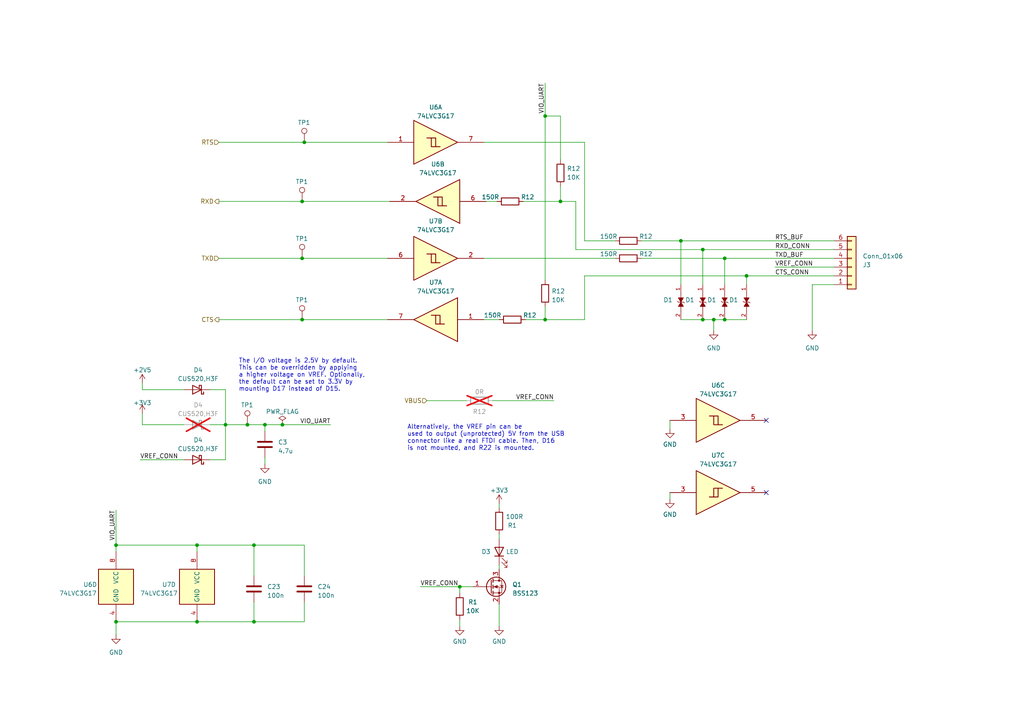
<source format=kicad_sch>
(kicad_sch (version 20230121) (generator eeschema)
  (paper "A4")
  (title_block (title "FTDI JTAG Programmer") (date "2024-10-11") (rev "2"))
  (lib_symbols
    (symbol "74xGxx:74LVC3G17"
      (property "Reference" "U" (at -2.54 7.62 0))
      (property "Value" "74LVC3G17" (at 2.54 -7.62 0))
      (symbol "74LVC3G17_1_1"
        (polyline (pts (xy -2.54 1.27) (xy -1.27 1.27) (xy -1.27 -1.27)) (stroke (width 0.254)) (fill (type background)))
        (polyline (pts (xy -7.62 6.35) (xy -7.62 -6.35) (xy 5.08 0) (xy -7.62 6.35)) (stroke (width 0.254)) (fill (type background)))
        (polyline (pts (xy -3.81 1.27) (xy -2.54 1.27) (xy -2.54 -1.27) (xy 0 -1.27)) (stroke (width 0.254)) (fill (type background)))
        (pin input line (at -15.24 0 0) (length 7.62) (name "~") (number "1"))
        (pin output line (at 12.7 0 180) (length 7.62) (name "~") (number "7"))
      )
      (symbol "74LVC3G17_2_1"
        (polyline (pts (xy -2.54 1.27) (xy -1.27 1.27) (xy -1.27 -1.27)) (stroke (width 0.254)) (fill (type background)))
        (polyline (pts (xy -7.62 6.35) (xy -7.62 -6.35) (xy 5.08 0) (xy -7.62 6.35)) (stroke (width 0.254)) (fill (type background)))
        (polyline (pts (xy -3.81 1.27) (xy -2.54 1.27) (xy -2.54 -1.27) (xy 0 -1.27)) (stroke (width 0.254)) (fill (type background)))
        (pin output line (at 12.7 0 180) (length 7.62) (name "~") (number "2"))
        (pin input line (at -15.24 0 0) (length 7.62) (name "~") (number "6"))
      )
      (symbol "74LVC3G17_3_1"
        (polyline (pts (xy -2.54 1.27) (xy -1.27 1.27) (xy -1.27 -1.27)) (stroke (width 0.254)) (fill (type background)))
        (polyline (pts (xy -7.62 6.35) (xy -7.62 -6.35) (xy 5.08 0) (xy -7.62 6.35)) (stroke (width 0.254)) (fill (type background)))
        (polyline (pts (xy -3.81 1.27) (xy -2.54 1.27) (xy -2.54 -1.27) (xy 0 -1.27)) (stroke (width 0.254)) (fill (type background)))
        (pin input line (at -15.24 0 0) (length 7.62) (name "~") (number "3"))
        (pin output line (at 12.7 0 180) (length 7.62) (name "~") (number "5"))
      )
      (symbol "74LVC3G17_4_0"
        (rectangle (start -5.08 -5.08) (end 5.08 5.08) (stroke (width 0.254)) (fill (type background)))
      )
      (symbol "74LVC3G17_4_1"
        (pin power_in line (at 0 -10.16 90) (length 5.08) (name "GND") (number "4"))
        (pin power_in line (at 0 10.16 270) (length 5.08) (name "VCC") (number "8"))
      )
    )
    (symbol "Connector:TestPoint" (pin_numbers hide) (pin_names (offset 0.762) hide)
      (property "Reference" "TP" (at 0 6.858 0))
      (property "Value" "TestPoint" (at 0 5.08 0))
      (symbol "TestPoint_0_1"
        (circle (center 0 3.302) (radius 0.762))
      )
      (symbol "TestPoint_1_1"
        (pin passive line (at 0 0 90) (length 2.54) (name "1") (number "1"))
      )
    )
    (symbol "Connector_Generic:Conn_01x06" (pin_names (offset 1.016) hide)
      (property "Reference" "J" (at 0 7.62 0))
      (property "Value" "Conn_01x06" (at 0 -10.16 0))
      (symbol "Conn_01x06_1_1"
        (rectangle (start -1.27 -7.493) (end 0 -7.747) (stroke (width 0.1524)))
        (rectangle (start -1.27 -4.953) (end 0 -5.207) (stroke (width 0.1524)))
        (rectangle (start -1.27 -2.413) (end 0 -2.667) (stroke (width 0.1524)))
        (rectangle (start -1.27 0.127) (end 0 -0.127) (stroke (width 0.1524)))
        (rectangle (start -1.27 2.667) (end 0 2.413) (stroke (width 0.1524)))
        (rectangle (start -1.27 5.207) (end 0 4.953) (stroke (width 0.1524)))
        (rectangle (start -1.27 6.35) (end 1.27 -8.89) (stroke (width 0.254)) (fill (type background)))
        (pin passive line (at -5.08 5.08 0) (length 3.81) (name "Pin_1") (number "1"))
        (pin passive line (at -5.08 2.54 0) (length 3.81) (name "Pin_2") (number "2"))
        (pin passive line (at -5.08 0 0) (length 3.81) (name "Pin_3") (number "3"))
        (pin passive line (at -5.08 -2.54 0) (length 3.81) (name "Pin_4") (number "4"))
        (pin passive line (at -5.08 -5.08 0) (length 3.81) (name "Pin_5") (number "5"))
        (pin passive line (at -5.08 -7.62 0) (length 3.81) (name "Pin_6") (number "6"))
      )
    )
    (symbol "Device:C" (pin_numbers hide) (pin_names (offset 0.254))
      (property "Reference" "C" (at 0.635 2.54 0))
      (property "Value" "C" (at 0.635 -2.54 0))
      (symbol "C_0_1"
        (polyline (pts (xy -2.032 -0.762) (xy 2.032 -0.762)) (stroke (width 0.508)))
        (polyline (pts (xy -2.032 0.762) (xy 2.032 0.762)) (stroke (width 0.508)))
      )
      (symbol "C_1_1"
        (pin passive line (at 0 3.81 270) (length 2.794) (name "~") (number "1"))
        (pin passive line (at 0 -3.81 90) (length 2.794) (name "~") (number "2"))
      )
    )
    (symbol "Device:D_Schottky" (pin_numbers hide) (pin_names (offset 1.016) hide)
      (property "Reference" "D" (at 0 2.54 0))
      (property "Value" "D_Schottky" (at 0 -2.54 0))
      (symbol "D_Schottky_0_1"
        (polyline (pts (xy 1.27 0) (xy -1.27 0)))
        (polyline (pts (xy 1.27 1.27) (xy 1.27 -1.27) (xy -1.27 0) (xy 1.27 1.27)) (stroke (width 0.254)))
        (polyline (pts (xy -1.905 0.635) (xy -1.905 1.27) (xy -1.27 1.27) (xy -1.27 -1.27) (xy -0.635 -1.27) (xy -0.635 -0.635)) (stroke (width 0.254)))
      )
      (symbol "D_Schottky_1_1"
        (pin passive line (at -3.81 0 0) (length 2.54) (name "K") (number "1"))
        (pin passive line (at 3.81 0 180) (length 2.54) (name "A") (number "2"))
      )
    )
    (symbol "Device:LED" (pin_numbers hide) (pin_names (offset 1.016) hide)
      (property "Reference" "D" (at 0 2.54 0))
      (property "Value" "LED" (at 0 -2.54 0))
      (symbol "LED_0_1"
        (polyline (pts (xy -1.27 -1.27) (xy -1.27 1.27)) (stroke (width 0.254)))
        (polyline (pts (xy -1.27 0) (xy 1.27 0)))
        (polyline (pts (xy 1.27 -1.27) (xy 1.27 1.27) (xy -1.27 0) (xy 1.27 -1.27)) (stroke (width 0.254)))
        (polyline (pts (xy -3.048 -0.762) (xy -4.572 -2.286) (xy -3.81 -2.286) (xy -4.572 -2.286) (xy -4.572 -1.524)))
        (polyline (pts (xy -1.778 -0.762) (xy -3.302 -2.286) (xy -2.54 -2.286) (xy -3.302 -2.286) (xy -3.302 -1.524)))
      )
      (symbol "LED_1_1"
        (pin passive line (at -3.81 0 0) (length 2.54) (name "K") (number "1"))
        (pin passive line (at 3.81 0 180) (length 2.54) (name "A") (number "2"))
      )
    )
    (symbol "Device:R" (pin_numbers hide) (pin_names (offset 0))
      (property "Reference" "R" (at 2.032 0 90))
      (property "Value" "R" (at 0 0 90))
      (symbol "R_0_1"
        (rectangle (start -1.016 -2.54) (end 1.016 2.54) (stroke (width 0.254)))
      )
      (symbol "R_1_1"
        (pin passive line (at 0 3.81 270) (length 1.27) (name "~") (number "1"))
        (pin passive line (at 0 -3.81 90) (length 1.27) (name "~") (number "2"))
      )
    )
    (symbol "PGB1010603MR:PGB1010603MR" (pin_names (offset 1.016))
      (property "Reference" "D" (at -5.08 2.54 0))
      (property "Value" "PGB1010603MR" (at -5.08 -5.08 0))
      (symbol "PGB1010603MR_0_0"
        (polyline (pts (xy -1.27 0) (xy -2.54 0)) (stroke (width 0.1524)))
        (polyline (pts (xy 0 -0.762) (xy -0.254 -1.016)) (stroke (width 0.1524)))
        (polyline (pts (xy 0 -0.762) (xy 0 0.762)) (stroke (width 0.1524)))
        (polyline (pts (xy 0 0.762) (xy 0.254 1.016)) (stroke (width 0.1524)))
        (polyline (pts (xy 1.27 0) (xy 2.54 0)) (stroke (width 0.1524)))
        (polyline (pts (xy 0 0) (xy -1.27 -0.762) (xy -1.27 0.762) (xy 0 0)) (stroke (width 0.1524)) (fill (type outline)))
        (polyline (pts (xy 0 0) (xy 1.27 0.762) (xy 1.27 -0.762) (xy 0 0)) (stroke (width 0.1524)) (fill (type outline)))
        (pin passive line (at -5.08 0 0) (length 2.54) (name "~") (number "1"))
        (pin passive line (at 5.08 0 180) (length 2.54) (name "~") (number "2"))
      )
    )
    (symbol "Transistor_FET:BSS123" (pin_names hide)
      (property "Reference" "Q" (at 5.08 1.905 0))
      (property "Value" "BSS123" (at 5.08 0 0))
      (symbol "BSS123_0_1"
        (polyline (pts (xy 0.254 0) (xy -2.54 0)))
        (polyline (pts (xy 0.254 1.905) (xy 0.254 -1.905)) (stroke (width 0.254)))
        (polyline (pts (xy 0.762 -1.27) (xy 0.762 -2.286)) (stroke (width 0.254)))
        (polyline (pts (xy 0.762 0.508) (xy 0.762 -0.508)) (stroke (width 0.254)))
        (polyline (pts (xy 0.762 2.286) (xy 0.762 1.27)) (stroke (width 0.254)))
        (polyline (pts (xy 2.54 2.54) (xy 2.54 1.778)))
        (polyline (pts (xy 2.54 -2.54) (xy 2.54 0) (xy 0.762 0)))
        (polyline (pts (xy 0.762 -1.778) (xy 3.302 -1.778) (xy 3.302 1.778) (xy 0.762 1.778)))
        (polyline (pts (xy 1.016 0) (xy 2.032 0.381) (xy 2.032 -0.381) (xy 1.016 0)) (fill (type outline)))
        (polyline (pts (xy 2.794 0.508) (xy 2.921 0.381) (xy 3.683 0.381) (xy 3.81 0.254)))
        (polyline (pts (xy 3.302 0.381) (xy 2.921 -0.254) (xy 3.683 -0.254) (xy 3.302 0.381)))
        (circle (center 1.651 0) (radius 2.794) (stroke (width 0.254)))
        (circle (center 2.54 -1.778) (radius 0.254) (fill (type outline)))
        (circle (center 2.54 1.778) (radius 0.254) (fill (type outline)))
      )
      (symbol "BSS123_1_1"
        (pin input line (at -5.08 0 0) (length 2.54) (name "G") (number "1"))
        (pin passive line (at 2.54 -5.08 90) (length 2.54) (name "S") (number "2"))
        (pin passive line (at 2.54 5.08 270) (length 2.54) (name "D") (number "3"))
      )
    )
    (symbol "power:+2V5" (power) (pin_names (offset 0))
      (property "Value" "+2V5" (at 0 3.556 0))
      (symbol "+2V5_0_1"
        (polyline (pts (xy -0.762 1.27) (xy 0 2.54)))
        (polyline (pts (xy 0 0) (xy 0 2.54)))
        (polyline (pts (xy 0 2.54) (xy 0.762 1.27)))
      )
      (symbol "+2V5_1_1"
        (pin power_in line (at 0 0 90) (length 0) hide (name "+2V5") (number "1"))
      )
    )
    (symbol "power:+3V3" (power) (pin_names (offset 0))
      (property "Value" "+3V3" (at 0 3.556 0))
      (symbol "+3V3_0_1"
        (polyline (pts (xy -0.762 1.27) (xy 0 2.54)))
        (polyline (pts (xy 0 0) (xy 0 2.54)))
        (polyline (pts (xy 0 2.54) (xy 0.762 1.27)))
      )
      (symbol "+3V3_1_1"
        (pin power_in line (at 0 0 90) (length 0) hide (name "+3V3") (number "1"))
      )
    )
    (symbol "power:GND" (power) (pin_names (offset 0))
      (property "Value" "GND" (at 0 -3.81 0))
      (symbol "GND_0_1"
        (polyline (pts (xy 0 0) (xy 0 -1.27) (xy 1.27 -1.27) (xy 0 -2.54) (xy -1.27 -1.27) (xy 0 -1.27)))
      )
      (symbol "GND_1_1"
        (pin power_in line (at 0 0 270) (length 0) hide (name "GND") (number "1"))
      )
    )
    (symbol "power:PWR_FLAG" (power) (pin_numbers hide) (pin_names (offset 0) hide)
      (property "Value" "PWR_FLAG" (at 0 3.81 0))
      (symbol "PWR_FLAG_0_0"
        (pin power_out line (at 0 0 90) (length 0) (name "pwr") (number "1"))
      )
      (symbol "PWR_FLAG_0_1"
        (polyline (pts (xy 0 0) (xy 0 1.27) (xy -1.016 1.905) (xy 0 2.54) (xy 1.016 1.905) (xy 0 1.27)))
      )
    )
  )
  (junction (at 210.185 92.71))
  (junction (at 203.835 92.71))
  (junction (at 73.66 158.115))
  (junction (at 158.115 92.71))
  (junction (at 87.63 74.93))
  (junction (at 197.485 69.85))
  (junction (at 207.01 92.71))
  (junction (at 203.835 72.39))
  (junction (at 71.755 123.19))
  (junction (at 210.185 74.93))
  (junction (at 33.655 158.115))
  (junction (at 216.535 80.01))
  (junction (at 57.15 158.115))
  (junction (at 87.63 58.42))
  (junction (at 81.915 123.19))
  (junction (at 162.56 58.42))
  (junction (at 57.15 180.34))
  (junction (at 158.115 33.655))
  (junction (at 87.63 92.71))
  (junction (at 65.405 123.19))
  (junction (at 133.35 170.18))
  (junction (at 88.265 41.275))
  (junction (at 73.66 180.34))
  (junction (at 76.835 123.19))
  (junction (at 33.655 180.34))
  (no_connect (at 222.25 121.92))
  (no_connect (at 222.25 142.875))
  (wire (pts (xy 81.915 123.19) (xy 95.885 123.19)))
  (wire (pts (xy 73.66 158.115) (xy 88.265 158.115)))
  (wire (pts (xy 197.485 92.71) (xy 203.835 92.71)))
  (wire (pts (xy 144.78 154.94) (xy 144.78 156.21)))
  (wire (pts (xy 144.78 165.1) (xy 144.78 163.83)))
  (wire (pts (xy 88.265 174.625) (xy 88.265 180.34)))
  (wire (pts (xy 33.655 180.34) (xy 57.15 180.34)))
  (wire (pts (xy 186.055 74.93) (xy 210.185 74.93)))
  (wire (pts (xy 60.96 123.19) (xy 65.405 123.19)))
  (wire (pts (xy 158.115 33.655) (xy 158.115 81.28)))
  (wire (pts (xy 203.835 72.39) (xy 241.935 72.39)))
  (wire (pts (xy 87.63 58.42) (xy 113.03 58.42)))
  (wire (pts (xy 63.5 74.93) (xy 87.63 74.93)))
  (wire (pts (xy 133.35 181.61) (xy 133.35 179.705)))
  (wire (pts (xy 216.535 80.01) (xy 216.535 82.55)))
  (wire (pts (xy 73.66 158.115) (xy 73.66 167.005)))
  (wire (pts (xy 40.64 133.35) (xy 53.34 133.35)))
  (wire (pts (xy 162.56 46.355) (xy 162.56 33.655)))
  (wire (pts (xy 203.835 72.39) (xy 203.835 82.55)))
  (wire (pts (xy 76.835 123.19) (xy 76.835 125.095)))
  (wire (pts (xy 123.825 116.205) (xy 135.255 116.205)))
  (wire (pts (xy 169.545 92.71) (xy 169.545 80.01)))
  (wire (pts (xy 57.15 180.34) (xy 73.66 180.34)))
  (wire (pts (xy 57.15 158.115) (xy 73.66 158.115)))
  (wire (pts (xy 210.185 74.93) (xy 241.935 74.93)))
  (wire (pts (xy 87.63 92.71) (xy 112.395 92.71)))
  (wire (pts (xy 88.265 41.275) (xy 112.395 41.275)))
  (wire (pts (xy 41.275 123.19) (xy 41.275 120.015)))
  (wire (pts (xy 194.31 121.92) (xy 194.31 124.46)))
  (wire (pts (xy 60.96 133.35) (xy 65.405 133.35)))
  (wire (pts (xy 203.835 92.71) (xy 207.01 92.71)))
  (wire (pts (xy 133.35 170.18) (xy 133.35 172.085)))
  (wire (pts (xy 76.835 132.715) (xy 76.835 134.62)))
  (wire (pts (xy 216.535 80.01) (xy 241.935 80.01)))
  (wire (pts (xy 197.485 69.85) (xy 241.935 69.85)))
  (wire (pts (xy 121.92 170.18) (xy 133.35 170.18)))
  (wire (pts (xy 140.335 74.93) (xy 178.435 74.93)))
  (wire (pts (xy 144.78 181.61) (xy 144.78 175.26)))
  (wire (pts (xy 73.66 174.625) (xy 73.66 180.34)))
  (wire (pts (xy 241.935 82.55) (xy 235.585 82.55)))
  (wire (pts (xy 142.875 116.205) (xy 160.655 116.205)))
  (wire (pts (xy 207.01 92.71) (xy 210.185 92.71)))
  (wire (pts (xy 158.115 88.9) (xy 158.115 92.71)))
  (wire (pts (xy 210.185 92.71) (xy 216.535 92.71)))
  (wire (pts (xy 152.4 92.71) (xy 158.115 92.71)))
  (wire (pts (xy 63.5 92.71) (xy 87.63 92.71)))
  (wire (pts (xy 140.335 92.71) (xy 144.78 92.71)))
  (wire (pts (xy 169.545 69.85) (xy 178.435 69.85)))
  (wire (pts (xy 133.35 170.18) (xy 137.16 170.18)))
  (wire (pts (xy 88.265 158.115) (xy 88.265 167.005)))
  (wire (pts (xy 169.545 41.275) (xy 169.545 69.85)))
  (wire (pts (xy 57.15 158.115) (xy 57.15 160.02)))
  (wire (pts (xy 65.405 123.19) (xy 71.755 123.19)))
  (wire (pts (xy 140.335 41.275) (xy 169.545 41.275)))
  (wire (pts (xy 33.655 147.955) (xy 33.655 158.115)))
  (wire (pts (xy 207.01 92.71) (xy 207.01 95.885)))
  (wire (pts (xy 65.405 113.03) (xy 65.405 123.19)))
  (wire (pts (xy 63.5 58.42) (xy 87.63 58.42)))
  (wire (pts (xy 65.405 113.03) (xy 60.96 113.03)))
  (wire (pts (xy 41.275 111.125) (xy 41.275 113.03)))
  (wire (pts (xy 158.115 24.13) (xy 158.115 33.655)))
  (wire (pts (xy 167.005 72.39) (xy 203.835 72.39)))
  (wire (pts (xy 224.79 77.47) (xy 241.935 77.47)))
  (wire (pts (xy 235.585 82.55) (xy 235.585 95.885)))
  (wire (pts (xy 197.485 69.85) (xy 197.485 82.55)))
  (wire (pts (xy 151.765 58.42) (xy 162.56 58.42)))
  (wire (pts (xy 33.655 160.02) (xy 33.655 158.115)))
  (wire (pts (xy 162.56 53.975) (xy 162.56 58.42)))
  (wire (pts (xy 88.265 180.34) (xy 73.66 180.34)))
  (wire (pts (xy 167.005 58.42) (xy 167.005 72.39)))
  (wire (pts (xy 71.755 123.19) (xy 76.835 123.19)))
  (wire (pts (xy 194.31 142.875) (xy 194.31 144.78)))
  (wire (pts (xy 162.56 33.655) (xy 158.115 33.655)))
  (wire (pts (xy 144.78 146.05) (xy 144.78 147.32)))
  (wire (pts (xy 65.405 133.35) (xy 65.405 123.19)))
  (wire (pts (xy 33.655 180.34) (xy 33.655 184.15)))
  (wire (pts (xy 210.185 74.93) (xy 210.185 82.55)))
  (wire (pts (xy 53.34 123.19) (xy 41.275 123.19)))
  (wire (pts (xy 33.655 158.115) (xy 57.15 158.115)))
  (wire (pts (xy 41.275 113.03) (xy 53.34 113.03)))
  (wire (pts (xy 63.5 41.275) (xy 88.265 41.275)))
  (wire (pts (xy 169.545 80.01) (xy 216.535 80.01)))
  (wire (pts (xy 167.005 58.42) (xy 162.56 58.42)))
  (wire (pts (xy 186.055 69.85) (xy 197.485 69.85)))
  (wire (pts (xy 76.835 123.19) (xy 81.915 123.19)))
  (wire (pts (xy 158.115 92.71) (xy 169.545 92.71)))
  (wire (pts (xy 87.63 74.93) (xy 112.395 74.93)))
  (wire (pts (xy 140.97 58.42) (xy 144.145 58.42)))
  (text "Alternatively, the VREF pin can be \nused to output (unprotected) 5V from the USB\nconnector like a real FTDI cable. Then, D16\nis not mounted, and R22 is mounted." (at 118.11 130.81 0) (effects (font (size 1.27 1.27)) (justify left bottom)))
  (text "The I/O voltage is 2.5V by default.\nThis can be overridden by applying\na higher voltage on VREF. Optionally,\nthe default can be set to 3.3V by\nmounting D17 instead of D15." (at 69.215 113.665 0) (effects (font (size 1.27 1.27)) (justify left bottom)))
  (label "RXD_CONN" (at 224.79 72.39 0))
  (label "TXD_BUF" (at 224.79 74.93 0))
  (label "VREF_CONN" (at 160.655 116.205 180))
  (label "VIO_UART" (at 33.655 147.955 270))
  (label "VIO_UART" (at 158.115 24.13 270))
  (label "CTS_CONN" (at 224.79 80.01 0))
  (label "VIO_UART" (at 95.885 123.19 180))
  (label "VREF_CONN" (at 224.79 77.47 0))
  (label "VREF_CONN" (at 121.92 170.18 0))
  (label "VREF_CONN" (at 40.64 133.35 0))
  (label "RTS_BUF" (at 224.79 69.85 0))
  (hierarchical_label "VBUS" (shape input) (at 123.825 116.205 180))
  (hierarchical_label "CTS" (shape output) (at 63.5 92.71 180))
  (hierarchical_label "RXD" (shape output) (at 63.5 58.42 180))
  (hierarchical_label "RTS" (shape input) (at 63.5 41.275 180))
  (hierarchical_label "TXD" (shape input) (at 63.5 74.93 180))
  (symbol (lib_id "power:+3V3") (at 144.78 146.05 0) (unit 1)
    (property "Reference" "#PWR065" (effects hide))
    (property "Value" "+3V3" (at 144.78 142.24 0))
    (instances (project "JTAGProgrammer" (path "" (reference "#PWR065") (unit 1)) (path "" (reference "#PWR063") (unit 1))))
  )
  (symbol (lib_id "power:GND") (at 194.31 124.46 0) (unit 1)
    (property "Reference" "#PWR026" (effects hide))
    (property "Value" "GND" (at 194.31 128.905 0))
    (instances (project "JTAGProgrammer" (path "" (reference "#PWR026") (unit 1)) (path "" (reference "#PWR054") (unit 1))))
  )
  (symbol (lib_id "power:GND") (at 133.35 181.61 0) (unit 1)
    (property "Reference" "#PWR064" (effects hide))
    (property "Value" "GND" (at 133.35 186.055 0))
    (instances (project "JTAGProgrammer" (path "" (reference "#PWR064") (unit 1)) (path "" (reference "#PWR066") (unit 1))))
  )
  (symbol (lib_id "Connector:TestPoint") (at 88.265 41.275 0) (unit 1)
    (property "Reference" "TP1" (at 86.36 35.56 0) (effects (justify left)))
    (property "Value" "TestPoint" (effects hide))
    (property "Footprint" "TestPoint:TestPoint_Pad_D1.0mm" (effects hide))
    (instances (project "JTAGProgrammer" (path "" (reference "TP1") (unit 1)) (path "" (reference "TP8") (unit 1))))
  )
  (symbol (lib_id "Device:C") (at 76.835 128.905 0) (unit 1)
    (property "Reference" "C3" (at 80.645 128.27 0) (effects (justify left)))
    (property "Value" "4.7u" (at 80.645 130.81 0) (effects (justify left)))
    (property "Footprint" "Capacitor_SMD:C_1206_3216Metric" (effects hide))
    (instances (project "JTAGProgrammer" (path "" (reference "C3") (unit 1)) (path "" (reference "C8") (unit 1)) (path "" (reference "C32") (unit 1))))
  )
  (symbol (lib_id "Device:LED") (at 144.78 160.02 90) (unit 1)
    (property "Reference" "D3" (at 140.97 160.02 90))
    (property "Value" "LED" (at 148.59 160.02 90))
    (property "Footprint" "LED_SMD:LED_0603_1608Metric" (effects hide))
    (property "LCSC" "C2962777" (effects hide))
    (instances (project "JTAGProgrammer" (path "" (reference "D3") (unit 1)) (path "" (reference "D19") (unit 1)) (path "" (reference "D20") (unit 1))))
  )
  (symbol (lib_id "power:GND") (at 235.585 95.885 0) (unit 1)
    (property "Reference" "#PWR033" (effects hide))
    (property "Value" "GND" (at 235.585 100.965 0))
  )
  (symbol (lib_id "74xGxx:74LVC3G17") (at 33.655 170.18 0) (unit 4)
    (property "Reference" "U6" (at 24.13 169.545 0) (effects (justify left)))
    (property "Value" "74LVC3G17" (at 17.145 172.085 0) (effects (justify left)))
    (property "Footprint" "Package_SO:VSSOP-8_3.0x3.0mm_P0.65mm" (effects hide))
    (property "Datasheet" "http://www.ti.com/lit/sg/scyt129e/scyt129e.pdf" (effects hide))
    (property "LCSC" "C18213" (effects hide))
  )
  (symbol (lib_id "Device:R") (at 162.56 50.165 180) (unit 1)
    (property "Reference" "R12" (at 166.37 48.895 0))
    (property "Value" "10K" (at 166.37 51.435 0))
    (property "Footprint" "Resistor_SMD:R_0603_1608Metric" (effects hide))
    (instances (project "JTAGProgrammer" (path "" (reference "R12") (unit 1)) (path "" (reference "R16") (unit 1))))
  )
  (symbol (lib_id "Connector:TestPoint") (at 87.63 74.93 0) (unit 1)
    (property "Reference" "TP1" (at 85.725 69.215 0) (effects (justify left)))
    (property "Value" "TestPoint" (effects hide))
    (property "Footprint" "TestPoint:TestPoint_Pad_D1.0mm" (effects hide))
    (instances (project "JTAGProgrammer" (path "" (reference "TP1") (unit 1)) (path "" (reference "TP10") (unit 1))))
  )
  (symbol (lib_id "PGB1010603MR:PGB1010603MR") (at 197.485 87.63 270) (unit 1)
    (property "Reference" "D1" (at 192.405 86.995 90) (effects (justify left)))
    (property "Value" "PGB1010603MR" (effects hide))
    (property "Footprint" "PGB1010603MR:DIOC1608X36N" (effects hide))
    (property "PARTREV" "07/27/15" (effects hide))
    (property "STANDARD" "Manufacturer recommendations" (effects hide))
    (property "MAXIMUM_PACKAGE_HEIGHT" "0.36 mm" (effects hide))
    (property "MANUFACTURER" "Littelfuse Inc." (effects hide))
    (property "LCSC" "C142698" (effects hide))
    (instances (project "JTAGProgrammer" (path "" (reference "D1") (unit 1)) (path "" (reference "D6") (unit 1)) (path "" (reference "D11") (unit 1))))
  )
  (symbol (lib_id "power:GND") (at 33.655 184.15 0) (unit 1)
    (property "Reference" "#PWR035" (effects hide))
    (property "Value" "GND" (at 33.655 189.23 0))
  )
  (symbol (lib_id "74xGxx:74LVC3G17") (at 127.635 41.275 0) (unit 1)
    (property "Reference" "U6" (at 126.365 31.115 0))
    (property "Value" "74LVC3G17" (at 126.365 33.655 0))
    (property "Footprint" "Package_SO:VSSOP-8_3.0x3.0mm_P0.65mm" (effects hide))
    (property "Datasheet" "http://www.ti.com/lit/sg/scyt129e/scyt129e.pdf" (effects hide))
    (property "LCSC" "C18213" (effects hide))
  )
  (symbol (lib_id "74xGxx:74LVC3G17") (at 127.635 74.93 0) (unit 2)
    (property "Reference" "U7" (at 126.365 64.135 0))
    (property "Value" "74LVC3G17" (at 126.365 66.675 0))
    (property "Footprint" "Package_SO:VSSOP-8_3.0x3.0mm_P0.65mm" (effects hide))
    (property "Datasheet" "http://www.ti.com/lit/sg/scyt129e/scyt129e.pdf" (effects hide))
    (property "LCSC" "C18213" (effects hide))
  )
  (symbol (lib_id "Device:R") (at 144.78 151.13 0) (unit 1)
    (property "Reference" "R1" (at 148.59 152.4 0))
    (property "Value" "100R" (at 149.225 149.86 0))
    (property "Footprint" "Resistor_SMD:R_0603_1608Metric" (effects hide))
    (instances (project "JTAGProgrammer" (path "" (reference "R1") (unit 1)) (path "" (reference "R9") (unit 1)) (path "" (reference "R25") (unit 1)) (path "" (reference "R26") (unit 1))))
  )
  (symbol (lib_id "Device:C") (at 88.265 170.815 0) (unit 1)
    (property "Reference" "C24" (at 92.075 170.18 0) (effects (justify left)))
    (property "Value" "100n" (at 92.075 172.72 0) (effects (justify left)))
    (property "Footprint" "Capacitor_SMD:C_0603_1608Metric" (effects hide))
    (instances (project "JTAGProgrammer" (path "" (reference "C24") (unit 1)) (path "" (reference "C26") (unit 1))))
  )
  (symbol (lib_id "power:GND") (at 144.78 181.61 0) (unit 1)
    (property "Reference" "#PWR064" (effects hide))
    (property "Value" "GND" (at 144.78 186.055 0))
    (instances (project "JTAGProgrammer" (path "" (reference "#PWR064") (unit 1)) (path "" (reference "#PWR067") (unit 1))))
  )
  (symbol (lib_id "Device:R") (at 147.955 58.42 90) (unit 1)
    (property "Reference" "R12" (at 153.035 57.15 90))
    (property "Value" "150R" (at 142.24 57.15 90))
    (property "Footprint" "Resistor_SMD:R_0603_1608Metric" (effects hide))
    (instances (project "JTAGProgrammer" (path "" (reference "R12") (unit 1)) (path "" (reference "R20") (unit 1))))
  )
  (symbol (lib_id "Device:R") (at 139.065 116.205 90) (unit 1) (in_bom no) (dnp yes)
    (property "Reference" "R12" (at 139.065 119.38 90))
    (property "Value" "0R" (at 139.065 113.665 90))
    (property "Footprint" "Resistor_SMD:R_0603_1608Metric" (effects hide))
    (instances (project "JTAGProgrammer" (path "" (reference "R12") (unit 1)) (path "" (reference "R22") (unit 1))))
  )
  (symbol (lib_id "power:+3V3") (at 41.275 120.015 0) (unit 1)
    (property "Reference" "#PWR058" (effects hide))
    (property "Value" "+3V3" (at 41.275 116.84 0))
  )
  (symbol (lib_id "74xGxx:74LVC3G17") (at 209.55 121.92 0) (unit 3)
    (property "Reference" "U6" (at 208.28 111.76 0))
    (property "Value" "74LVC3G17" (at 208.28 114.3 0))
    (property "Footprint" "Package_SO:VSSOP-8_3.0x3.0mm_P0.65mm" (effects hide))
    (property "Datasheet" "http://www.ti.com/lit/sg/scyt129e/scyt129e.pdf" (effects hide))
    (property "LCSC" "C18213" (effects hide))
  )
  (symbol (lib_id "power:GND") (at 194.31 144.78 0) (mirror y) (unit 1)
    (property "Reference" "#PWR026" (effects hide))
    (property "Value" "GND" (at 194.31 149.225 0))
    (instances (project "JTAGProgrammer" (path "" (reference "#PWR026") (unit 1)) (path "" (reference "#PWR055") (unit 1))))
  )
  (symbol (lib_id "Device:D_Schottky") (at 57.15 133.35 180) (unit 1)
    (property "Reference" "D4" (at 57.4675 127.635 0))
    (property "Value" "CUS520,H3F" (at 57.4675 130.175 0))
    (property "Footprint" "Diode_SMD:D_SOD-323" (effects hide))
    (property "LCSC" "C324473" (effects hide))
    (instances (project "JTAGProgrammer" (path "" (reference "D4") (unit 1)) (path "" (reference "D5") (unit 1)) (path "" (reference "D16") (unit 1))))
  )
  (symbol (lib_id "power:GND") (at 76.835 134.62 0) (unit 1)
    (property "Reference" "#PWR056" (effects hide))
    (property "Value" "GND" (at 76.835 139.7 0))
  )
  (symbol (lib_id "Connector_Generic:Conn_01x06") (at 247.015 77.47 0) (mirror x) (unit 1)
    (property "Reference" "J3" (at 250.19 76.835 0) (effects (justify left)))
    (property "Value" "Conn_01x06" (at 250.19 74.295 0) (effects (justify left)))
    (property "Footprint" "Connector_PinSocket_2.54mm:PinSocket_1x06_P2.54mm_Vertical" (effects hide))
    (property "LCSC" "C40877" (effects hide))
    (instances (project "JTAGProgrammer" (path "" (reference "J3") (unit 1)) (path "" (reference "J4") (unit 1))))
  )
  (symbol (lib_id "Connector:TestPoint") (at 87.63 58.42 0) (unit 1)
    (property "Reference" "TP1" (at 85.725 52.705 0) (effects (justify left)))
    (property "Value" "TestPoint" (effects hide))
    (property "Footprint" "TestPoint:TestPoint_Pad_D1.0mm" (effects hide))
    (instances (project "JTAGProgrammer" (path "" (reference "TP1") (unit 1)) (path "" (reference "TP9") (unit 1))))
  )
  (symbol (lib_id "Device:D_Schottky") (at 57.15 123.19 180) (unit 1) (in_bom no) (dnp yes)
    (property "Reference" "D4" (at 57.4675 117.475 0))
    (property "Value" "CUS520,H3F" (at 57.4675 120.015 0))
    (property "Footprint" "Diode_SMD:D_SOD-323" (effects hide))
    (property "LCSC" "C324473" (effects hide))
    (instances (project "JTAGProgrammer" (path "" (reference "D4") (unit 1)) (path "" (reference "D4") (unit 1)) (path "" (reference "D17") (unit 1))))
  )
  (symbol (lib_id "74xGxx:74LVC3G17") (at 57.15 170.18 0) (unit 4)
    (property "Reference" "U7" (at 46.99 169.545 0) (effects (justify left)))
    (property "Value" "74LVC3G17" (at 40.64 172.085 0) (effects (justify left)))
    (property "Footprint" "Package_SO:VSSOP-8_3.0x3.0mm_P0.65mm" (effects hide))
    (property "Datasheet" "http://www.ti.com/lit/sg/scyt129e/scyt129e.pdf" (effects hide))
    (property "LCSC" "C18213" (effects hide))
  )
  (symbol (lib_id "Connector:TestPoint") (at 87.63 92.71 0) (unit 1)
    (property "Reference" "TP1" (at 85.725 86.995 0) (effects (justify left)))
    (property "Value" "TestPoint" (effects hide))
    (property "Footprint" "TestPoint:TestPoint_Pad_D1.0mm" (effects hide))
    (instances (project "JTAGProgrammer" (path "" (reference "TP1") (unit 1)) (path "" (reference "TP11") (unit 1))))
  )
  (symbol (lib_id "Device:C") (at 73.66 170.815 0) (unit 1)
    (property "Reference" "C23" (at 77.47 170.18 0) (effects (justify left)))
    (property "Value" "100n" (at 77.47 172.72 0) (effects (justify left)))
    (property "Footprint" "Capacitor_SMD:C_0603_1608Metric" (effects hide))
    (instances (project "JTAGProgrammer" (path "" (reference "C23") (unit 1)) (path "" (reference "C25") (unit 1))))
  )
  (symbol (lib_id "Transistor_FET:BSS123") (at 142.24 170.18 0) (unit 1)
    (property "Reference" "Q1" (at 148.59 169.545 0) (effects (justify left)))
    (property "Value" "BSS123" (at 148.59 172.085 0) (effects (justify left)))
    (property "Footprint" "Package_TO_SOT_SMD:SOT-23" (effects hide))
    (property "Datasheet" "http://www.diodes.com/assets/Datasheets/ds30366.pdf" (effects hide))
    (property "LCSC" "C78962" (effects hide))
  )
  (symbol (lib_id "power:+2V5") (at 41.275 111.125 0) (unit 1)
    (property "Reference" "#PWR044" (effects hide))
    (property "Value" "+2V5" (at 41.275 107.315 0))
    (instances (project "JTAGProgrammer" (path "" (reference "#PWR044") (unit 1)) (path "" (reference "#PWR052") (unit 1))))
  )
  (symbol (lib_id "74xGxx:74LVC3G17") (at 209.55 142.875 0) (mirror x) (unit 3)
    (property "Reference" "U7" (at 208.28 132.08 0))
    (property "Value" "74LVC3G17" (at 208.28 134.62 0))
    (property "Footprint" "Package_SO:VSSOP-8_3.0x3.0mm_P0.65mm" (effects hide))
    (property "Datasheet" "http://www.ti.com/lit/sg/scyt129e/scyt129e.pdf" (effects hide))
    (property "LCSC" "C18213" (effects hide))
  )
  (symbol (lib_id "PGB1010603MR:PGB1010603MR") (at 210.185 87.63 270) (unit 1)
    (property "Reference" "D1" (at 205.105 86.995 90) (effects (justify left)))
    (property "Value" "PGB1010603MR" (effects hide))
    (property "Footprint" "PGB1010603MR:DIOC1608X36N" (effects hide))
    (property "PARTREV" "07/27/15" (effects hide))
    (property "STANDARD" "Manufacturer recommendations" (effects hide))
    (property "MAXIMUM_PACKAGE_HEIGHT" "0.36 mm" (effects hide))
    (property "MANUFACTURER" "Littelfuse Inc." (effects hide))
    (property "LCSC" "C142698" (effects hide))
    (instances (project "JTAGProgrammer" (path "" (reference "D1") (unit 1)) (path "" (reference "D6") (unit 1)) (path "" (reference "D13") (unit 1))))
  )
  (symbol (lib_id "74xGxx:74LVC3G17") (at 125.095 92.71 180) (unit 1)
    (property "Reference" "U7" (at 126.365 81.915 0))
    (property "Value" "74LVC3G17" (at 126.365 84.455 0))
    (property "Footprint" "Package_SO:VSSOP-8_3.0x3.0mm_P0.65mm" (effects hide))
    (property "Datasheet" "http://www.ti.com/lit/sg/scyt129e/scyt129e.pdf" (effects hide))
    (property "LCSC" "C18213" (effects hide))
  )
  (symbol (lib_id "Device:R") (at 182.245 74.93 90) (unit 1)
    (property "Reference" "R12" (at 187.325 73.66 90))
    (property "Value" "150R" (at 176.53 73.66 90))
    (property "Footprint" "Resistor_SMD:R_0603_1608Metric" (effects hide))
    (instances (project "JTAGProgrammer" (path "" (reference "R12") (unit 1)) (path "" (reference "R15") (unit 1))))
  )
  (symbol (lib_id "Device:D_Schottky") (at 57.15 113.03 180) (unit 1)
    (property "Reference" "D4" (at 57.4675 107.315 0))
    (property "Value" "CUS520,H3F" (at 57.4675 109.855 0))
    (property "Footprint" "Diode_SMD:D_SOD-323" (effects hide))
    (property "LCSC" "C324473" (effects hide))
    (instances (project "JTAGProgrammer" (path "" (reference "D4") (unit 1)) (path "" (reference "D4") (unit 1)) (path "" (reference "D15") (unit 1))))
  )
  (symbol (lib_id "power:GND") (at 207.01 95.885 0) (unit 1)
    (property "Reference" "#PWR034" (effects hide))
    (property "Value" "GND" (at 207.01 100.965 0))
  )
  (symbol (lib_id "PGB1010603MR:PGB1010603MR") (at 203.835 87.63 270) (unit 1)
    (property "Reference" "D1" (at 198.755 86.995 90) (effects (justify left)))
    (property "Value" "PGB1010603MR" (effects hide))
    (property "Footprint" "PGB1010603MR:DIOC1608X36N" (effects hide))
    (property "PARTREV" "07/27/15" (effects hide))
    (property "STANDARD" "Manufacturer recommendations" (effects hide))
    (property "MAXIMUM_PACKAGE_HEIGHT" "0.36 mm" (effects hide))
    (property "MANUFACTURER" "Littelfuse Inc." (effects hide))
    (property "LCSC" "C142698" (effects hide))
    (instances (project "JTAGProgrammer" (path "" (reference "D1") (unit 1)) (path "" (reference "D6") (unit 1)) (path "" (reference "D12") (unit 1))))
  )
  (symbol (lib_id "power:PWR_FLAG") (at 81.915 123.19 0) (unit 1)
    (property "Reference" "#FLG05" (effects hide))
    (property "Value" "PWR_FLAG" (at 81.915 119.38 0))
  )
  (symbol (lib_id "Device:R") (at 133.35 175.895 180) (unit 1)
    (property "Reference" "R1" (at 137.16 174.625 0))
    (property "Value" "10K" (at 137.16 177.165 0))
    (property "Footprint" "Resistor_SMD:R_0603_1608Metric" (effects hide))
    (instances (project "JTAGProgrammer" (path "" (reference "R1") (unit 1)) (path "" (reference "R9") (unit 1)) (path "" (reference "R25") (unit 1)) (path "" (reference "R27") (unit 1))))
  )
  (symbol (lib_id "PGB1010603MR:PGB1010603MR") (at 216.535 87.63 270) (unit 1)
    (property "Reference" "D1" (at 211.455 86.995 90) (effects (justify left)))
    (property "Value" "PGB1010603MR" (effects hide))
    (property "Footprint" "PGB1010603MR:DIOC1608X36N" (effects hide))
    (property "PARTREV" "07/27/15" (effects hide))
    (property "STANDARD" "Manufacturer recommendations" (effects hide))
    (property "MAXIMUM_PACKAGE_HEIGHT" "0.36 mm" (effects hide))
    (property "MANUFACTURER" "Littelfuse Inc." (effects hide))
    (property "LCSC" "C142698" (effects hide))
    (instances (project "JTAGProgrammer" (path "" (reference "D1") (unit 1)) (path "" (reference "D6") (unit 1)) (path "" (reference "D14") (unit 1))))
  )
  (symbol (lib_id "Device:R") (at 148.59 92.71 90) (unit 1)
    (property "Reference" "R12" (at 153.67 91.44 90))
    (property "Value" "150R" (at 142.875 91.44 90))
    (property "Footprint" "Resistor_SMD:R_0603_1608Metric" (effects hide))
    (instances (project "JTAGProgrammer" (path "" (reference "R12") (unit 1)) (path "" (reference "R21") (unit 1))))
  )
  (symbol (lib_id "Device:R") (at 182.245 69.85 90) (unit 1)
    (property "Reference" "R12" (at 187.325 68.58 90))
    (property "Value" "150R" (at 176.53 68.58 90))
    (property "Footprint" "Resistor_SMD:R_0603_1608Metric" (effects hide))
    (instances (project "JTAGProgrammer" (path "" (reference "R12") (unit 1)) (path "" (reference "R14") (unit 1))))
  )
  (symbol (lib_id "Device:R") (at 158.115 85.09 180) (unit 1)
    (property "Reference" "R12" (at 161.925 84.455 0))
    (property "Value" "10K" (at 161.925 86.995 0))
    (property "Footprint" "Resistor_SMD:R_0603_1608Metric" (effects hide))
    (instances (project "JTAGProgrammer" (path "" (reference "R12") (unit 1)) (path "" (reference "R17") (unit 1))))
  )
  (symbol (lib_id "Connector:TestPoint") (at 71.755 123.19 0) (unit 1)
    (property "Reference" "TP1" (at 69.85 117.475 0) (effects (justify left)))
    (property "Value" "TestPoint" (effects hide))
    (property "Footprint" "TestPoint:TestPoint_Pad_D1.0mm" (effects hide))
    (instances (project "JTAGProgrammer" (path "" (reference "TP1") (unit 1)) (path "" (reference "TP12") (unit 1))))
  )
  (symbol (lib_id "74xGxx:74LVC3G17") (at 125.73 58.42 180) (unit 2)
    (property "Reference" "U6" (at 127 47.625 0))
    (property "Value" "74LVC3G17" (at 127 50.165 0))
    (property "Footprint" "Package_SO:VSSOP-8_3.0x3.0mm_P0.65mm" (effects hide))
    (property "Datasheet" "http://www.ti.com/lit/sg/scyt129e/scyt129e.pdf" (effects hide))
    (property "LCSC" "C18213" (effects hide))
  )
)
</source>
